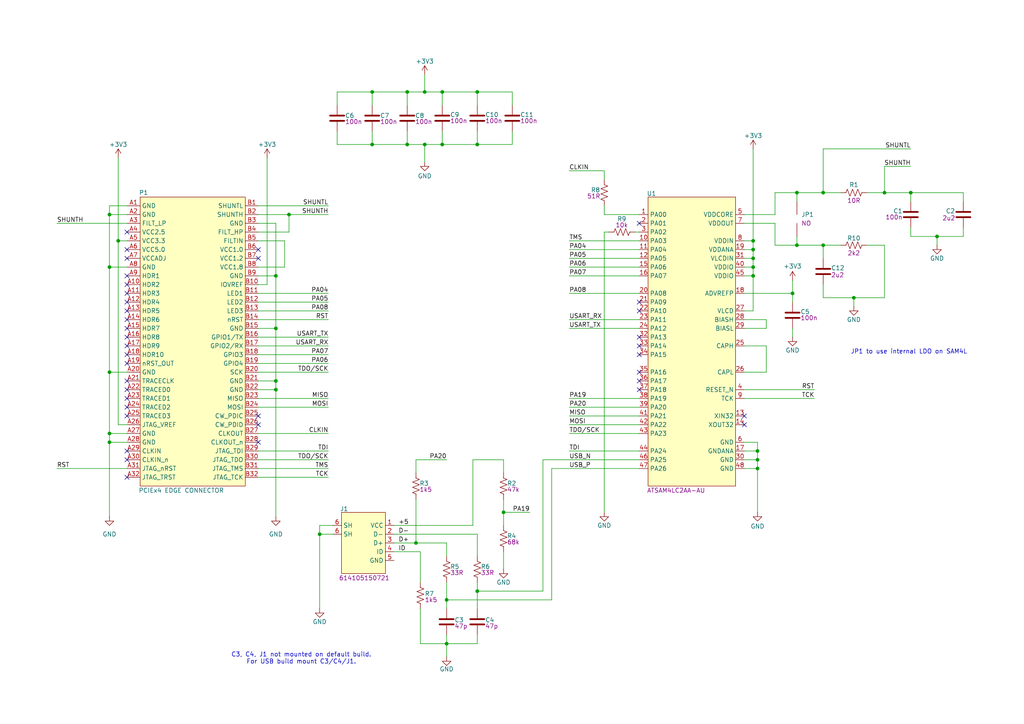
<source format=kicad_sch>
(kicad_sch (version 20231120) (generator "eeschema") (generator_version "8.0")
  (paper "A4")
  (junction (at 120.65 157.48))
  (junction (at 231.14 55.88))
  (junction (at 80.01 80.01))
  (junction (at 34.29 69.85))
  (junction (at 107.95 41.91))
  (junction (at 219.71 130.81))
  (junction (at 31.75 107.95))
  (junction (at 123.19 26.67))
  (junction (at 138.43 26.67))
  (junction (at 31.75 62.23))
  (junction (at 146.05 148.59))
  (junction (at 80.01 110.49))
  (junction (at 219.71 133.35))
  (junction (at 219.71 135.89))
  (junction (at 218.44 69.85))
  (junction (at 271.78 68.58))
  (junction (at 238.76 71.12))
  (junction (at 80.01 95.25))
  (junction (at 231.14 71.12))
  (junction (at 31.75 125.73))
  (junction (at 138.43 41.91))
  (junction (at 31.75 128.27))
  (junction (at 218.44 74.93))
  (junction (at 107.95 26.67))
  (junction (at 128.27 26.67))
  (junction (at 128.27 41.91))
  (junction (at 247.65 86.36))
  (junction (at 238.76 55.88))
  (junction (at 118.11 41.91))
  (junction (at 129.54 173.99))
  (junction (at 92.71 154.94))
  (junction (at 118.11 26.67))
  (junction (at 80.01 113.03))
  (junction (at 229.87 85.09))
  (junction (at 31.75 77.47))
  (junction (at 218.44 72.39))
  (junction (at 129.54 186.69))
  (junction (at 218.44 80.01))
  (junction (at 123.19 41.91))
  (junction (at 83.82 62.23))
  (junction (at 138.43 171.45))
  (junction (at 264.16 55.88))
  (junction (at 256.54 55.88))
  (junction (at 218.44 77.47))
  (no_connect (at 74.93 123.19))
  (no_connect (at 36.83 87.63))
  (no_connect (at 36.83 67.31))
  (no_connect (at 36.83 115.57))
  (no_connect (at 36.83 105.41))
  (no_connect (at 36.83 72.39))
  (no_connect (at 185.42 90.17))
  (no_connect (at 36.83 138.43))
  (no_connect (at 185.42 64.77))
  (no_connect (at 36.83 85.09))
  (no_connect (at 36.83 133.35))
  (no_connect (at 36.83 113.03))
  (no_connect (at 185.42 107.95))
  (no_connect (at 36.83 95.25))
  (no_connect (at 36.83 82.55))
  (no_connect (at 36.83 130.81))
  (no_connect (at 215.9 123.19))
  (no_connect (at 36.83 102.87))
  (no_connect (at 36.83 118.11))
  (no_connect (at 74.93 72.39))
  (no_connect (at 215.9 120.65))
  (no_connect (at 36.83 90.17))
  (no_connect (at 74.93 128.27))
  (no_connect (at 185.42 113.03))
  (no_connect (at 36.83 92.71))
  (no_connect (at 36.83 74.93))
  (no_connect (at 74.93 74.93))
  (no_connect (at 185.42 97.79))
  (no_connect (at 36.83 97.79))
  (no_connect (at 74.93 120.65))
  (no_connect (at 36.83 110.49))
  (no_connect (at 185.42 87.63))
  (no_connect (at 185.42 102.87))
  (no_connect (at 185.42 100.33))
  (no_connect (at 36.83 80.01))
  (no_connect (at 185.42 110.49))
  (no_connect (at 36.83 100.33))
  (no_connect (at 36.83 120.65))
  (wire (pts (xy 118.11 41.91) (xy 123.19 41.91)))
  (wire (pts (xy 215.9 133.35) (xy 219.71 133.35)))
  (wire (pts (xy 97.79 38.1) (xy 97.79 41.91)))
  (wire (pts (xy 120.65 144.78) (xy 120.65 157.48)))
  (wire (pts (xy 31.75 107.95) (xy 31.75 125.73)))
  (wire (pts (xy 160.02 173.99) (xy 129.54 173.99)))
  (wire (pts (xy 247.65 86.36) (xy 256.54 86.36)))
  (wire (pts (xy 215.9 113.03) (xy 236.22 113.03)))
  (wire (pts (xy 218.44 90.17) (xy 218.44 80.01)))
  (wire (pts (xy 256.54 71.12) (xy 256.54 86.36)))
  (wire (pts (xy 215.9 100.33) (xy 222.25 100.33)))
  (wire (pts (xy 264.16 55.88) (xy 264.16 58.42)))
  (wire (pts (xy 121.92 160.02) (xy 121.92 168.91)))
  (wire (pts (xy 97.79 26.67) (xy 107.95 26.67)))
  (wire (pts (xy 128.27 41.91) (xy 138.43 41.91)))
  (wire (pts (xy 264.16 66.04) (xy 264.16 68.58)))
  (wire (pts (xy 114.3 157.48) (xy 120.65 157.48)))
  (wire (pts (xy 74.93 133.35) (xy 95.25 133.35)))
  (wire (pts (xy 80.01 64.77) (xy 80.01 80.01)))
  (wire (pts (xy 175.26 62.23) (xy 185.42 62.23)))
  (wire (pts (xy 238.76 43.18) (xy 264.16 43.18)))
  (wire (pts (xy 215.9 64.77) (xy 224.79 64.77)))
  (wire (pts (xy 74.93 130.81) (xy 95.25 130.81)))
  (wire (pts (xy 215.9 74.93) (xy 218.44 74.93)))
  (wire (pts (xy 247.65 86.36) (xy 247.65 88.9)))
  (wire (pts (xy 229.87 95.25) (xy 229.87 97.79)))
  (wire (pts (xy 128.27 26.67) (xy 128.27 30.48)))
  (wire (pts (xy 36.83 123.19) (xy 34.29 123.19)))
  (wire (pts (xy 238.76 55.88) (xy 243.84 55.88)))
  (wire (pts (xy 92.71 154.94) (xy 92.71 176.53)))
  (wire (pts (xy 231.14 55.88) (xy 231.14 58.42)))
  (wire (pts (xy 218.44 72.39) (xy 218.44 74.93)))
  (wire (pts (xy 34.29 45.72) (xy 34.29 69.85)))
  (wire (pts (xy 114.3 154.94) (xy 138.43 154.94)))
  (wire (pts (xy 160.02 135.89) (xy 185.42 135.89)))
  (wire (pts (xy 16.51 135.89) (xy 36.83 135.89)))
  (wire (pts (xy 74.93 107.95) (xy 95.25 107.95)))
  (wire (pts (xy 224.79 55.88) (xy 231.14 55.88)))
  (wire (pts (xy 256.54 55.88) (xy 256.54 48.26)))
  (wire (pts (xy 146.05 148.59) (xy 146.05 152.4)))
  (wire (pts (xy 148.59 26.67) (xy 148.59 30.48)))
  (wire (pts (xy 175.26 62.23) (xy 175.26 59.69)))
  (wire (pts (xy 137.16 152.4) (xy 137.16 133.35)))
  (wire (pts (xy 82.55 77.47) (xy 74.93 77.47)))
  (wire (pts (xy 165.1 95.25) (xy 185.42 95.25)))
  (wire (pts (xy 129.54 186.69) (xy 138.43 186.69)))
  (wire (pts (xy 271.78 68.58) (xy 271.78 71.12)))
  (wire (pts (xy 123.19 26.67) (xy 128.27 26.67)))
  (wire (pts (xy 107.95 41.91) (xy 118.11 41.91)))
  (wire (pts (xy 82.55 69.85) (xy 82.55 77.47)))
  (wire (pts (xy 218.44 74.93) (xy 218.44 77.47)))
  (wire (pts (xy 74.93 115.57) (xy 95.25 115.57)))
  (wire (pts (xy 31.75 125.73) (xy 36.83 125.73)))
  (wire (pts (xy 219.71 133.35) (xy 219.71 135.89)))
  (wire (pts (xy 231.14 55.88) (xy 238.76 55.88)))
  (wire (pts (xy 36.83 59.69) (xy 31.75 59.69)))
  (wire (pts (xy 123.19 21.59) (xy 123.19 26.67)))
  (wire (pts (xy 74.93 102.87) (xy 95.25 102.87)))
  (wire (pts (xy 218.44 43.18) (xy 218.44 69.85)))
  (wire (pts (xy 107.95 26.67) (xy 107.95 30.48)))
  (wire (pts (xy 31.75 59.69) (xy 31.75 62.23)))
  (wire (pts (xy 83.82 67.31) (xy 83.82 62.23)))
  (wire (pts (xy 74.93 113.03) (xy 80.01 113.03)))
  (wire (pts (xy 74.93 90.17) (xy 95.25 90.17)))
  (wire (pts (xy 215.9 62.23) (xy 224.79 62.23)))
  (wire (pts (xy 224.79 71.12) (xy 231.14 71.12)))
  (wire (pts (xy 34.29 123.19) (xy 34.29 69.85)))
  (wire (pts (xy 264.16 68.58) (xy 271.78 68.58)))
  (wire (pts (xy 224.79 64.77) (xy 224.79 71.12)))
  (wire (pts (xy 165.1 74.93) (xy 185.42 74.93)))
  (wire (pts (xy 165.1 120.65) (xy 185.42 120.65)))
  (wire (pts (xy 123.19 41.91) (xy 128.27 41.91)))
  (wire (pts (xy 146.05 144.78) (xy 146.05 148.59)))
  (wire (pts (xy 215.9 72.39) (xy 218.44 72.39)))
  (wire (pts (xy 138.43 168.91) (xy 138.43 171.45)))
  (wire (pts (xy 138.43 26.67) (xy 138.43 30.48)))
  (wire (pts (xy 31.75 125.73) (xy 31.75 128.27)))
  (wire (pts (xy 218.44 77.47) (xy 218.44 80.01)))
  (wire (pts (xy 219.71 128.27) (xy 215.9 128.27)))
  (wire (pts (xy 219.71 128.27) (xy 219.71 130.81)))
  (wire (pts (xy 215.9 92.71) (xy 222.25 92.71)))
  (wire (pts (xy 74.93 100.33) (xy 95.25 100.33)))
  (wire (pts (xy 146.05 148.59) (xy 153.67 148.59)))
  (wire (pts (xy 74.93 118.11) (xy 95.25 118.11)))
  (wire (pts (xy 129.54 157.48) (xy 129.54 161.29)))
  (wire (pts (xy 165.1 125.73) (xy 185.42 125.73)))
  (wire (pts (xy 31.75 128.27) (xy 36.83 128.27)))
  (wire (pts (xy 74.93 80.01) (xy 80.01 80.01)))
  (wire (pts (xy 138.43 171.45) (xy 138.43 176.53)))
  (wire (pts (xy 165.1 77.47) (xy 185.42 77.47)))
  (wire (pts (xy 74.93 138.43) (xy 95.25 138.43)))
  (wire (pts (xy 165.1 123.19) (xy 185.42 123.19)))
  (wire (pts (xy 77.47 82.55) (xy 74.93 82.55)))
  (wire (pts (xy 165.1 72.39) (xy 185.42 72.39)))
  (wire (pts (xy 165.1 80.01) (xy 185.42 80.01)))
  (wire (pts (xy 74.93 125.73) (xy 95.25 125.73)))
  (wire (pts (xy 121.92 186.69) (xy 129.54 186.69)))
  (wire (pts (xy 165.1 49.53) (xy 175.26 49.53)))
  (wire (pts (xy 251.46 71.12) (xy 256.54 71.12)))
  (wire (pts (xy 215.9 90.17) (xy 218.44 90.17)))
  (wire (pts (xy 118.11 38.1) (xy 118.11 41.91)))
  (wire (pts (xy 215.9 69.85) (xy 218.44 69.85)))
  (wire (pts (xy 74.93 59.69) (xy 95.25 59.69)))
  (wire (pts (xy 264.16 55.88) (xy 279.4 55.88)))
  (wire (pts (xy 92.71 152.4) (xy 92.71 154.94)))
  (wire (pts (xy 165.1 115.57) (xy 185.42 115.57)))
  (wire (pts (xy 165.1 118.11) (xy 185.42 118.11)))
  (wire (pts (xy 31.75 62.23) (xy 36.83 62.23)))
  (wire (pts (xy 165.1 85.09) (xy 185.42 85.09)))
  (wire (pts (xy 165.1 92.71) (xy 185.42 92.71)))
  (wire (pts (xy 120.65 133.35) (xy 129.54 133.35)))
  (wire (pts (xy 184.15 67.31) (xy 185.42 67.31)))
  (wire (pts (xy 146.05 133.35) (xy 146.05 137.16)))
  (wire (pts (xy 138.43 186.69) (xy 138.43 184.15)))
  (wire (pts (xy 238.76 55.88) (xy 238.76 43.18)))
  (wire (pts (xy 120.65 157.48) (xy 129.54 157.48)))
  (wire (pts (xy 251.46 55.88) (xy 256.54 55.88)))
  (wire (pts (xy 74.93 105.41) (xy 95.25 105.41)))
  (wire (pts (xy 238.76 71.12) (xy 238.76 74.93)))
  (wire (pts (xy 238.76 86.36) (xy 247.65 86.36)))
  (wire (pts (xy 80.01 80.01) (xy 80.01 95.25)))
  (wire (pts (xy 231.14 71.12) (xy 238.76 71.12)))
  (wire (pts (xy 31.75 77.47) (xy 31.75 107.95)))
  (wire (pts (xy 238.76 82.55) (xy 238.76 86.36)))
  (wire (pts (xy 218.44 69.85) (xy 218.44 72.39)))
  (wire (pts (xy 31.75 128.27) (xy 31.75 149.86)))
  (wire (pts (xy 74.93 87.63) (xy 95.25 87.63)))
  (wire (pts (xy 96.52 154.94) (xy 92.71 154.94)))
  (wire (pts (xy 129.54 184.15) (xy 129.54 186.69)))
  (wire (pts (xy 80.01 64.77) (xy 74.93 64.77)))
  (wire (pts (xy 107.95 38.1) (xy 107.95 41.91)))
  (wire (pts (xy 74.93 69.85) (xy 82.55 69.85)))
  (wire (pts (xy 129.54 173.99) (xy 129.54 176.53)))
  (wire (pts (xy 137.16 133.35) (xy 146.05 133.35)))
  (wire (pts (xy 215.9 115.57) (xy 236.22 115.57)))
  (wire (pts (xy 31.75 62.23) (xy 31.75 77.47)))
  (wire (pts (xy 218.44 80.01) (xy 215.9 80.01)))
  (wire (pts (xy 80.01 110.49) (xy 80.01 113.03)))
  (wire (pts (xy 118.11 26.67) (xy 123.19 26.67)))
  (wire (pts (xy 120.65 137.16) (xy 120.65 133.35)))
  (wire (pts (xy 77.47 45.72) (xy 77.47 82.55)))
  (wire (pts (xy 160.02 135.89) (xy 160.02 173.99)))
  (wire (pts (xy 74.93 135.89) (xy 95.25 135.89)))
  (wire (pts (xy 157.48 133.35) (xy 157.48 171.45)))
  (wire (pts (xy 138.43 41.91) (xy 148.59 41.91)))
  (wire (pts (xy 138.43 38.1) (xy 138.43 41.91)))
  (wire (pts (xy 114.3 152.4) (xy 137.16 152.4)))
  (wire (pts (xy 165.1 130.81) (xy 185.42 130.81)))
  (wire (pts (xy 219.71 135.89) (xy 219.71 148.59)))
  (wire (pts (xy 97.79 41.91) (xy 107.95 41.91)))
  (wire (pts (xy 175.26 49.53) (xy 175.26 52.07)))
  (wire (pts (xy 175.26 67.31) (xy 175.26 148.59)))
  (wire (pts (xy 224.79 62.23) (xy 224.79 55.88)))
  (wire (pts (xy 215.9 130.81) (xy 219.71 130.81)))
  (wire (pts (xy 96.52 152.4) (xy 92.71 152.4)))
  (wire (pts (xy 148.59 41.91) (xy 148.59 38.1)))
  (wire (pts (xy 175.26 67.31) (xy 176.53 67.31)))
  (wire (pts (xy 74.93 95.25) (xy 80.01 95.25)))
  (wire (pts (xy 222.25 92.71) (xy 222.25 95.25)))
  (wire (pts (xy 74.93 62.23) (xy 83.82 62.23)))
  (wire (pts (xy 215.9 135.89) (xy 219.71 135.89)))
  (wire (pts (xy 114.3 160.02) (xy 121.92 160.02)))
  (wire (pts (xy 222.25 107.95) (xy 215.9 107.95)))
  (wire (pts (xy 80.01 95.25) (xy 80.01 110.49)))
  (wire (pts (xy 16.51 64.77) (xy 36.83 64.77)))
  (wire (pts (xy 36.83 69.85) (xy 34.29 69.85)))
  (wire (pts (xy 74.93 85.09) (xy 95.25 85.09)))
  (wire (pts (xy 215.9 85.09) (xy 229.87 85.09)))
  (wire (pts (xy 83.82 62.23) (xy 95.25 62.23)))
  (wire (pts (xy 157.48 133.35) (xy 185.42 133.35)))
  (wire (pts (xy 129.54 186.69) (xy 129.54 190.5)))
  (wire (pts (xy 129.54 168.91) (xy 129.54 173.99)))
  (wire (pts (xy 123.19 41.91) (xy 123.19 46.99)))
  (wire (pts (xy 256.54 55.88) (xy 264.16 55.88)))
  (wire (pts (xy 229.87 85.09) (xy 229.87 87.63)))
  (wire (pts (xy 31.75 77.47) (xy 36.83 77.47)))
  (wire (pts (xy 121.92 176.53) (xy 121.92 186.69)))
  (wire (pts (xy 219.71 130.81) (xy 219.71 133.35)))
  (wire (pts (xy 222.25 100.33) (xy 222.25 107.95)))
  (wire (pts (xy 231.14 71.12) (xy 231.14 68.58)))
  (wire (pts (xy 74.93 110.49) (xy 80.01 110.49)))
  (wire (pts (xy 279.4 55.88) (xy 279.4 58.42)))
  (wire (pts (xy 271.78 68.58) (xy 279.4 68.58)))
  (wire (pts (xy 118.11 26.67) (xy 118.11 30.48)))
  (wire (pts (xy 128.27 26.67) (xy 138.43 26.67)))
  (wire (pts (xy 222.25 95.25) (xy 215.9 95.25)))
  (wire (pts (xy 74.93 92.71) (xy 95.25 92.71)))
  (wire (pts (xy 157.48 171.45) (xy 138.43 171.45)))
  (wire (pts (xy 146.05 160.02) (xy 146.05 165.1)))
  (wire (pts (xy 31.75 107.95) (xy 36.83 107.95)))
  (wire (pts (xy 74.93 67.31) (xy 83.82 67.31)))
  (wire (pts (xy 238.76 71.12) (xy 243.84 71.12)))
  (wire (pts (xy 97.79 30.48) (xy 97.79 26.67)))
  (wire (pts (xy 74.93 97.79) (xy 95.25 97.79)))
  (wire (pts (xy 80.01 113.03) (xy 80.01 149.86)))
  (wire (pts (xy 215.9 77.47) (xy 218.44 77.47)))
  (wire (pts (xy 256.54 48.26) (xy 264.16 48.26)))
  (wire (pts (xy 229.87 81.28) (xy 229.87 85.09)))
  (wire (pts (xy 128.27 38.1) (xy 128.27 41.91)))
  (wire (pts (xy 165.1 69.85) (xy 185.42 69.85)))
  (wire (pts (xy 279.4 68.58) (xy 279.4 66.04)))
  (wire (pts (xy 107.95 26.67) (xy 118.11 26.67)))
  (wire (pts (xy 138.43 26.67) (xy 148.59 26.67)))
  (wire (pts (xy 138.43 154.94) (xy 138.43 161.29)))
  (text "JP1 to use internal LDO on SAM4L\n" (at 263.652 102.108 0) (effects (font (size 1.27 1.27))))
  (text "C3, C4, J1 not mounted on default build. \nFor USB build mount C3/C4/J1. " (at 87.884 191.008 0) (effects (font (size 1.27 1.27))))
  (label "SHUNTL" (at 95.25 59.69 180))
  (label "USART_TX" (at 165.1 95.25 0))
  (label "D-" (at 115.57 154.94 0))
  (label "MISO" (at 165.1 120.65 0))
  (label "PA07" (at 165.1 80.01 0))
  (label "USB_P" (at 165.1 135.89 0))
  (label "PA20" (at 129.54 133.35 180))
  (label "TCK" (at 95.25 138.43 180))
  (label "PA07" (at 95.25 102.87 180))
  (label "PA06" (at 165.1 77.47 0))
  (label "PA08" (at 95.25 90.17 180))
  (label "USART_RX" (at 165.1 92.71 0))
  (label "CLKIN" (at 165.1 49.53 0))
  (label "RST" (at 16.51 135.89 0))
  (label "PA20" (at 165.1 118.11 0))
  (label "USART_RX" (at 95.25 100.33 180))
  (label "TDI" (at 165.1 130.81 0))
  (label "PA04" (at 165.1 72.39 0))
  (label "RST" (at 95.25 92.71 180))
  (label "TDO{slash}SCK" (at 165.1 125.73 0))
  (label "+5" (at 115.57 152.4 0))
  (label "MOSI" (at 95.25 118.11 180))
  (label "PA19" (at 165.1 115.57 0))
  (label "D+" (at 115.57 157.48 0))
  (label "PA05" (at 95.25 87.63 180))
  (label "SHUNTL" (at 264.16 43.18 180))
  (label "PA05" (at 165.1 74.93 0))
  (label "TDO{slash}SCK" (at 95.25 133.35 180))
  (label "TMS" (at 95.25 135.89 180))
  (label "CLKIN" (at 95.25 125.73 180))
  (label "USB_N" (at 165.1 133.35 0))
  (label "TDI" (at 95.25 130.81 180))
  (label "PA19" (at 153.67 148.59 180))
  (label "RST" (at 236.22 113.03 180))
  (label "SHUNTH" (at 16.51 64.77 0))
  (label "MISO" (at 95.25 115.57 180))
  (label "PA08" (at 165.1 85.09 0))
  (label "SHUNTH" (at 264.16 48.26 180))
  (label "PA04" (at 95.25 85.09 180))
  (label "USART_TX" (at 95.25 97.79 180))
  (label "TCK" (at 236.22 115.57 180))
  (label "TDO{slash}SCK" (at 95.25 107.95 180))
  (label "ID" (at 115.57 160.02 0))
  (label "SHUNTH" (at 95.25 62.23 180))
  (label "TMS" (at 165.1 69.85 0))
  (label "PA06" (at 95.25 105.41 180))
  (label "MOSI" (at 165.1 123.19 0))
  (symbol (lib_id "nae_caps:CAP_2u2_6.3V_0603") (at 238.76 78.74 270) (unit 1)
    (property "Reference" "C12" (at 241.046 77.724 90) (effects (justify left)))
    (property "Value" "CAP_2u2_6.3V_0603" (effects (hide yes)))
    (property "Footprint" "Capacitor_SMD:C_0603_1608Metric" (effects (hide yes)))
    (property "Datasheet" "https://www.yageo.com/upload/media/product/productsearch/datasheet/mlcc/UPY-GPHC_X7R_6.3V-to-250V_24.pdf" (effects (hide yes)))
    (property "Description" "CAP CER 2.2UF 6.3V X7R 0603" (effects (hide yes)))
    (property "Display Value" "2u2" (at 241.046 79.756 90) (effects (justify left)))
    (property "Manufacturer" "YAGEO" (effects (hide yes)))
    (property "Manufacturer Part Number" "CC0603KRX7R5BB225" (effects (hide yes)))
    (property "Supplier 1" "DigiKey" (effects (hide yes)))
    (property "Supplier 1 Part Number" "311-1795-1-ND" (effects (hide yes)))
    (property "Supplier 2" "no_data" (effects (hide yes)))
    (property "Supplier 2 Part Number" "no_data" (effects (hide yes)))
  )
  (symbol (lib_id "nae_caps:CAP_100n_10V_0603") (at 138.43 34.29 90) (unit 1)
    (property "Reference" "C10" (at 140.716 33.274 90) (effects (justify right)))
    (property "Value" "CAP_100n_10V_0603" (effects (hide yes)))
    (property "Footprint" "Capacitor_SMD:C_0603_1608Metric" (effects (hide yes)))
    (property "Datasheet" "https://www.yageo.com/upload/media/product/productsearch/datasheet/mlcc/UPY-GPHC_X7R_6.3V-to-250V_24.pdf" (effects (hide yes)))
    (property "Description" "CAP CER 0.1UF 10V X7R 0603" (effects (hide yes)))
    (property "Display Value" "100n" (at 140.716 35.052 90) (effects (justify right)))
    (property "Manufacturer" "YAGEO" (effects (hide yes)))
    (property "Manufacturer Part Number" "CC0603KRX7R6BB104" (effects (hide yes)))
    (property "Supplier 1" "DigiKey" (effects (hide yes)))
    (property "Supplier 1 Part Number" "311-4055-1-ND" (effects (hide yes)))
    (property "Supplier 2" "no_data" (effects (hide yes)))
    (property "Supplier 2 Part Number" "no_data" (effects (hide yes)))
  )
  (symbol (lib_id "0603_Yageo_Res:RES_10k_0603") (at 180.34 67.31 0) (unit 1)
    (property "Reference" "R9" (at 180.34 63.5 0))
    (property "Value" "RES_10k_0603" (effects (hide yes)))
    (property "Footprint" "Resistor_SMD:R_0603_1608Metric" (effects (hide yes)))
    (property "Datasheet" "https://www.yageo.com/upload/media/product/products/datasheet/rchip/PYu-RC_Group_51_RoHS_L_12.pdf" (effects (hide yes)))
    (property "Description" "RES 10K OHM 1% 1/10W 0603" (effects (hide yes)))
    (property "Display Value" "10k" (at 180.34 65.278 0))
    (property "Manufacturer" "YAGEO" (effects (hide yes)))
    (property "Manufacturer Part Number" "RC0603FR-0710KL" (effects (hide yes)))
    (property "Supplier 1" "DigiKey" (effects (hide yes)))
    (property "Supplier 1 Part Number" "311-10.0KHRCT-ND" (effects (hide yes)))
    (property "Supplier 2" "no_data" (effects (hide yes)))
    (property "Supplier 2 Part Number" "no_data" (effects (hide yes)))
  )
  (symbol (lib_id "power:GND") (at 129.54 190.5 0) (unit 1)
    (property "Reference" "#PWR014" (effects (hide yes)))
    (property "Value" "GND" (at 129.54 194.056 0))
    (property "Description" "Power symbol creates a global label with name \"GND\" , ground" (effects (hide yes)))
  )
  (symbol (lib_id "power:+3V3") (at 229.87 81.28 0) (unit 1)
    (property "Reference" "#PWR09" (effects (hide yes)))
    (property "Value" "+3V3" (at 229.87 77.216 0))
    (property "Description" "Power symbol creates a global label with name \"+3V3\"" (effects (hide yes)))
  )
  (symbol (lib_id "Silkscreen_Symbols:Pb_Free") (at -35.56 160.02 0) (unit 1) (in_bom no)
    (property "Reference" "PCB2" (at -33.02 158.7499 0) (effects (justify left)))
    (property "Value" "Pb_Free Symbol" (at -33.02 161.2899 0) (effects (justify left)))
    (property "Footprint" "Silkscrren_Symbols:Pb_Free_8.0x8.0mm_SilkScreen" (effects (hide yes)))
  )
  (symbol (lib_id "power:GND") (at 123.19 46.99 0) (unit 1)
    (property "Reference" "#PWR015" (effects (hide yes)))
    (property "Value" "GND" (at 123.19 51.054 0))
    (property "Description" "Power symbol creates a global label with name \"GND\" , ground" (effects (hide yes)))
  )
  (symbol (lib_id "power:GND") (at 92.71 176.53 0) (unit 1)
    (property "Reference" "#PWR012" (effects (hide yes)))
    (property "Value" "GND" (at 92.71 180.34 0))
    (property "Description" "Power symbol creates a global label with name \"GND\" , ground" (effects (hide yes)))
  )
  (symbol (lib_id "Silkscreen_Symbols:CE_Free") (at -35.56 154.94 0) (unit 1) (in_bom no)
    (property "Reference" "PCB1" (at -33.02 153.6699 0) (effects (justify left)))
    (property "Value" "CE Symbol" (at -33.02 156.2099 0) (effects (justify left)))
    (property "Footprint" "Silkscrren_Symbols:CE-Logo_8.5x6mm_SilkScreen" (effects (hide yes)))
  )
  (symbol (lib_id "power:+3V3") (at 218.44 43.18 0) (unit 1)
    (property "Reference" "#PWR05" (effects (hide yes)))
    (property "Value" "+3V3" (at 218.44 39.37 0))
    (property "Description" "Power symbol creates a global label with name \"+3V3\"" (effects (hide yes)))
  )
  (symbol (lib_id "0603_Yageo_Res:RES_51R_0603") (at 175.26 55.88 90) (unit 1)
    (property "Reference" "R8" (at 172.72 55.118 90))
    (property "Value" "RES_51R_0603" (effects (hide yes)))
    (property "Footprint" "Resistor_SMD:R_0603_1608Metric" (effects (hide yes)))
    (property "Datasheet" "https://www.yageo.com/upload/media/product/products/datasheet/rchip/PYu-RC_Group_51_RoHS_L_12.pdf" (effects (hide yes)))
    (property "Description" "RES 51 OHM 1% 1/10W 0603" (effects (hide yes)))
    (property "Display Value" "51R" (at 172.212 56.896 90))
    (property "Manufacturer" "YAGEO" (effects (hide yes)))
    (property "Manufacturer Part Number" "RC0603FR-0751RL" (effects (hide yes)))
    (property "Supplier 1" "DigiKey" (effects (hide yes)))
    (property "Supplier 1 Part Number" "311-51.0HRCT-ND" (effects (hide yes)))
    (property "Supplier 2" "no_data" (effects (hide yes)))
    (property "Supplier 2 Part Number" "no_data" (effects (hide yes)))
  )
  (symbol (lib_id "nae_caps:CAP_2u2_6.3V_0603") (at 279.4 62.23 270) (unit 1)
    (property "Reference" "C2" (at 274.32 61.214 90) (effects (justify left)))
    (property "Value" "CAP_2u2_6.3V_0603" (effects (hide yes)))
    (property "Footprint" "Capacitor_SMD:C_0603_1608Metric" (effects (hide yes)))
    (property "Datasheet" "https://www.yageo.com/upload/media/product/productsearch/datasheet/mlcc/UPY-GPHC_X7R_6.3V-to-250V_24.pdf" (effects (hide yes)))
    (property "Description" "CAP CER 2.2UF 6.3V X7R 0603" (effects (hide yes)))
    (property "Display Value" "2u2" (at 273.304 63.246 90) (effects (justify left)))
    (property "Manufacturer" "YAGEO" (effects (hide yes)))
    (property "Manufacturer Part Number" "CC0603KRX7R5BB225" (effects (hide yes)))
    (property "Supplier 1" "DigiKey" (effects (hide yes)))
    (property "Supplier 1 Part Number" "311-1795-1-ND" (effects (hide yes)))
    (property "Supplier 2" "no_data" (effects (hide yes)))
    (property "Supplier 2 Part Number" "no_data" (effects (hide yes)))
  )
  (symbol (lib_id "0603_Yageo_Res:RES_33R_0603") (at 138.43 165.1 90) (unit 1)
    (property "Reference" "R6" (at 139.446 164.3381 90) (effects (justify right)))
    (property "Value" "RES_33R_0603" (effects (hide yes)))
    (property "Footprint" "Resistor_SMD:R_0603_1608Metric" (effects (hide yes)))
    (property "Datasheet" "https://www.yageo.com/upload/media/product/products/datasheet/rchip/PYu-RC_Group_51_RoHS_L_12.pdf" (effects (hide yes)))
    (property "Description" "RES 33 OHM 1% 1/10W 0603" (effects (hide yes)))
    (property "Display Value" "33R" (at 139.446 166.116 90) (effects (justify right)))
    (property "Manufacturer" "YAGEO" (effects (hide yes)))
    (property "Manufacturer Part Number" "RC0603FR-0733RL" (effects (hide yes)))
    (property "Supplier 1" "DigiKey" (effects (hide yes)))
    (property "Supplier 1 Part Number" "13-RC0603FR-0733RLCT-ND" (effects (hide yes)))
    (property "Supplier 2" "no_data" (effects (hide yes)))
    (property "Supplier 2 Part Number" "no_data" (effects (hide yes)))
  )
  (symbol (lib_id "nae_caps:CAP_47p_50V_0603") (at 129.54 180.34 90) (unit 1)
    (property "Reference" "C3" (at 131.826 179.832 90) (effects (justify right)))
    (property "Value" "CAP_47p_50V_0603" (effects (hide yes)))
    (property "Footprint" "Capacitor_SMD:C_0603_1608Metric" (effects (hide yes)))
    (property "Datasheet" "https://www.yageo.com/upload/media/product/productsearch/datasheet/mlcc/UPY-GPHC_X7R_6.3V-to-250V_24.pdf" (effects (hide yes)))
    (property "Description" "CAP CER 47PF 50V C0G/NPO 0603" (effects (hide yes)))
    (property "Display Value" "47p" (at 131.826 181.61 90) (effects (justify right)))
    (property "Manufacturer" "YAGEO" (effects (hide yes)))
    (property "Manufacturer Part Number" "CC0603JRNPO9BN470" (effects (hide yes)))
    (property "Supplier 1" "DigiKey" (effects (hide yes)))
    (property "Supplier 1 Part Number" "311-1065-1-ND" (effects (hide yes)))
  )
  (symbol (lib_id "power:GND") (at 247.65 88.9 0) (unit 1)
    (property "Reference" "#PWR010" (effects (hide yes)))
    (property "Value" "GND" (at 247.65 92.71 0))
    (property "Description" "Power symbol creates a global label with name \"GND\" , ground" (effects (hide yes)))
  )
  (symbol (lib_id "tutorial_2_library:ATSAM4LC2AA-AU") (at 200.66 62.23 0) (unit 1)
    (property "Reference" "U1" (at 188.976 56.134 0))
    (property "Value" "ATSAM4LC2AA-AU" (effects (hide yes)))
    (property "Footprint" "Package_QFP:LQFP-48_7x7mm_P0.5mm" (effects (hide yes)))
    (property "Datasheet" "https://ww1.microchip.com/downloads/en/DeviceDoc/Atmel-42023-ARM-Microcontroller-ATSAM4L-Low-Power-LCD_Datasheet-Summary.pdf" (effects (hide yes)))
    (property "Description" "IC MCU 32BIT 128KB FLASH 48TQFP" (effects (hide yes)))
    (property "Display Value" "ATSAM4LC2AA-AU" (at 196.088 142.24 0))
    (property "Manufacturer" "Microchip Technology" (effects (hide yes)))
    (property "Manufacturer Part Number" "ATSAM4LC2AA-AU" (effects (hide yes)))
    (property "Supplier 1" "DigiKey" (effects (hide yes)))
    (property "Supplier 1 Part Number" "ATSAM4LC2AA-AU-ND" (effects (hide yes)))
  )
  (symbol (lib_id "power:GND") (at 31.75 149.86 0) (unit 1)
    (property "Reference" "#PWR01" (effects (hide yes)))
    (property "Value" "GND" (at 31.75 154.94 0))
    (property "Description" "Power symbol creates a global label with name \"GND\" , ground" (effects (hide yes)))
  )
  (symbol (lib_id "tutorial_2_library:Solder_Jumper_2_NO") (at 231.14 63.5 0) (unit 1) (in_bom no)
    (property "Reference" "JP1" (at 232.41 62.2299 0) (effects (justify left)))
    (property "Footprint" "Jumper:SolderJumper-2_P1.3mm_Open_Pad1.0x1.5mm" (effects (hide yes)))
    (property "Display Value" "NO" (at 232.41 64.7699 0) (effects (justify left)))
  )
  (symbol (lib_id "power:GND") (at 229.87 97.79 0) (unit 1)
    (property "Reference" "#PWR08" (effects (hide yes)))
    (property "Value" "GND" (at 229.87 101.6 0))
    (property "Description" "Power symbol creates a global label with name \"GND\" , ground" (effects (hide yes)))
  )
  (symbol (lib_id "nae_caps:CAP_47p_50V_0603") (at 138.43 180.34 90) (unit 1)
    (property "Reference" "C4" (at 140.716 179.832 90) (effects (justify right)))
    (property "Value" "CAP_47p_50V_0603" (effects (hide yes)))
    (property "Footprint" "Capacitor_SMD:C_0603_1608Metric" (effects (hide yes)))
    (property "Datasheet" "https://www.yageo.com/upload/media/product/productsearch/datasheet/mlcc/UPY-GPHC_X7R_6.3V-to-250V_24.pdf" (effects (hide yes)))
    (property "Description" "CAP CER 47PF 50V C0G/NPO 0603" (effects (hide yes)))
    (property "Display Value" "47p" (at 140.716 181.61 90) (effects (justify right)))
    (property "Manufacturer" "YAGEO" (effects (hide yes)))
    (property "Manufacturer Part Number" "CC0603JRNPO9BN470" (effects (hide yes)))
    (property "Supplier 1" "DigiKey" (effects (hide yes)))
    (property "Supplier 1 Part Number" "311-1065-1-ND" (effects (hide yes)))
  )
  (symbol (lib_id "power:+3V3") (at 34.29 45.72 0) (unit 1)
    (property "Reference" "#PWR03" (effects (hide yes)))
    (property "Value" "+3V3" (at 34.29 41.91 0))
    (property "Description" "Power symbol creates a global label with name \"+3V3\"" (effects (hide yes)))
  )
  (symbol (lib_id "power:+3V3") (at 123.19 21.59 0) (unit 1)
    (property "Reference" "#PWR016" (effects (hide yes)))
    (property "Value" "+3V3" (at 123.19 17.78 0))
    (property "Description" "Power symbol creates a global label with name \"+3V3\"" (effects (hide yes)))
  )
  (symbol (lib_id "power:+3V3") (at 77.47 45.72 0) (unit 1)
    (property "Reference" "#PWR04" (effects (hide yes)))
    (property "Value" "+3V3" (at 77.47 41.91 0))
    (property "Description" "Power symbol creates a global label with name \"+3V3\"" (effects (hide yes)))
  )
  (symbol (lib_id "nae_caps:CAP_100n_10V_0603") (at 229.87 91.44 90) (unit 1)
    (property "Reference" "C5" (at 232.156 90.424 90) (effects (justify right)))
    (property "Value" "CAP_100n_10V_0603" (effects (hide yes)))
    (property "Footprint" "Capacitor_SMD:C_0603_1608Metric" (effects (hide yes)))
    (property "Datasheet" "https://www.yageo.com/upload/media/product/productsearch/datasheet/mlcc/UPY-GPHC_X7R_6.3V-to-250V_24.pdf" (effects (hide yes)))
    (property "Description" "CAP CER 0.1UF 10V X7R 0603" (effects (hide yes)))
    (property "Display Value" "100n" (at 232.156 92.202 90) (effects (justify right)))
    (property "Manufacturer" "YAGEO" (effects (hide yes)))
    (property "Manufacturer Part Number" "CC0603KRX7R6BB104" (effects (hide yes)))
    (property "Supplier 1" "DigiKey" (effects (hide yes)))
    (property "Supplier 1 Part Number" "311-4055-1-ND" (effects (hide yes)))
    (property "Supplier 2" "no_data" (effects (hide yes)))
    (property "Supplier 2 Part Number" "no_data" (effects (hide yes)))
  )
  (symbol (lib_id "0603_Yageo_Res:RES_2k2_0603") (at 247.65 71.12 0) (unit 1)
    (property "Reference" "R10" (at 247.65 69.088 0))
    (property "Value" "RES_2k2_0603" (effects (hide yes)))
    (property "Footprint" "Resistor_SMD:R_0603_1608Metric" (effects (hide yes)))
    (property "Datasheet" "https://www.yageo.com/upload/media/product/products/datasheet/rchip/PYu-RC_Group_51_RoHS_L_12.pdf" (effects (hide yes)))
    (property "Description" "RES 2.2K OHM 1% 1/10W 0603" (effects (hide yes)))
    (property "Display Value" "2k2" (at 247.65 73.406 0))
    (property "Manufacturer" "YAGEO" (effects (hide yes)))
    (property "Manufacturer Part Number" "RC0603FR-072K2L" (effects (hide yes)))
    (property "Supplier 1" "DigiKey" (effects (hide yes)))
    (property "Supplier 1 Part Number" "311-2.20KHRCT-ND" (effects (hide yes)))
    (property "Supplier 2" "no_data" (effects (hide yes)))
    (property "Supplier 2 Part Number" "no_data" (effects (hide yes)))
  )
  (symbol (lib_id "nae_caps:CAP_100n_10V_0603") (at 148.59 34.29 90) (unit 1)
    (property "Reference" "C11" (at 150.876 33.274 90) (effects (justify right)))
    (property "Value" "CAP_100n_10V_0603" (effects (hide yes)))
    (property "Footprint" "Capacitor_SMD:C_0603_1608Metric" (effects (hide yes)))
    (property "Datasheet" "https://www.yageo.com/upload/media/product/productsearch/datasheet/mlcc/UPY-GPHC_X7R_6.3V-to-250V_24.pdf" (effects (hide yes)))
    (property "Description" "CAP CER 0.1UF 10V X7R 0603" (effects (hide yes)))
    (property "Display Value" "100n" (at 150.876 35.052 90) (effects (justify right)))
    (property "Manufacturer" "YAGEO" (effects (hide yes)))
    (property "Manufacturer Part Number" "CC0603KRX7R6BB104" (effects (hide yes)))
    (property "Supplier 1" "DigiKey" (effects (hide yes)))
    (property "Supplier 1 Part Number" "311-4055-1-ND" (effects (hide yes)))
    (property "Supplier 2" "no_data" (effects (hide yes)))
    (property "Supplier 2 Part Number" "no_data" (effects (hide yes)))
  )
  (symbol (lib_id "power:GND") (at 219.71 148.59 0) (unit 1)
    (property "Reference" "#PWR06" (effects (hide yes)))
    (property "Value" "GND" (at 219.71 152.654 0))
    (property "Description" "Power symbol creates a global label with name \"GND\" , ground" (effects (hide yes)))
  )
  (symbol (lib_id "nae_caps:CAP_100n_10V_0603") (at 118.11 34.29 90) (unit 1)
    (property "Reference" "C8" (at 120.396 33.528 90) (effects (justify right)))
    (property "Value" "CAP_100n_10V_0603" (effects (hide yes)))
    (property "Footprint" "Capacitor_SMD:C_0603_1608Metric" (effects (hide yes)))
    (property "Datasheet" "https://www.yageo.com/upload/media/product/productsearch/datasheet/mlcc/UPY-GPHC_X7R_6.3V-to-250V_24.pdf" (effects (hide yes)))
    (property "Description" "CAP CER 0.1UF 10V X7R 0603" (effects (hide yes)))
    (property "Display Value" "100n" (at 120.396 35.306 90) (effects (justify right)))
    (property "Manufacturer" "YAGEO" (effects (hide yes)))
    (property "Manufacturer Part Number" "CC0603KRX7R6BB104" (effects (hide yes)))
    (property "Supplier 1" "DigiKey" (effects (hide yes)))
    (property "Supplier 1 Part Number" "311-4055-1-ND" (effects (hide yes)))
    (property "Supplier 2" "no_data" (effects (hide yes)))
    (property "Supplier 2 Part Number" "no_data" (effects (hide yes)))
  )
  (symbol (lib_id "power:GND") (at 146.05 165.1 0) (unit 1)
    (property "Reference" "#PWR013" (effects (hide yes)))
    (property "Value" "GND" (at 146.05 168.91 0))
    (property "Description" "Power symbol creates a global label with name \"GND\" , ground" (effects (hide yes)))
  )
  (symbol (lib_id "nae_caps:CAP_100n_10V_0603") (at 128.27 34.29 90) (unit 1)
    (property "Reference" "C9" (at 130.556 33.274 90) (effects (justify right)))
    (property "Value" "CAP_100n_10V_0603" (effects (hide yes)))
    (property "Footprint" "Capacitor_SMD:C_0603_1608Metric" (effects (hide yes)))
    (property "Datasheet" "https://www.yageo.com/upload/media/product/productsearch/datasheet/mlcc/UPY-GPHC_X7R_6.3V-to-250V_24.pdf" (effects (hide yes)))
    (property "Description" "CAP CER 0.1UF 10V X7R 0603" (effects (hide yes)))
    (property "Display Value" "100n" (at 130.556 35.052 90) (effects (justify right)))
    (property "Manufacturer" "YAGEO" (effects (hide yes)))
    (property "Manufacturer Part Number" "CC0603KRX7R6BB104" (effects (hide yes)))
    (property "Supplier 1" "DigiKey" (effects (hide yes)))
    (property "Supplier 1 Part Number" "311-4055-1-ND" (effects (hide yes)))
    (property "Supplier 2" "no_data" (effects (hide yes)))
    (property "Supplier 2 Part Number" "no_data" (effects (hide yes)))
  )
  (symbol (lib_id "nae_caps:CAP_100n_10V_0603") (at 97.79 34.29 90) (unit 1)
    (property "Reference" "C6" (at 100.076 33.528 90) (effects (justify right)))
    (property "Value" "CAP_100n_10V_0603" (effects (hide yes)))
    (property "Footprint" "Capacitor_SMD:C_0603_1608Metric" (effects (hide yes)))
    (property "Datasheet" "https://www.yageo.com/upload/media/product/productsearch/datasheet/mlcc/UPY-GPHC_X7R_6.3V-to-250V_24.pdf" (effects (hide yes)))
    (property "Description" "CAP CER 0.1UF 10V X7R 0603" (effects (hide yes)))
    (property "Display Value" "100n" (at 100.076 35.306 90) (effects (justify right)))
    (property "Manufacturer" "YAGEO" (effects (hide yes)))
    (property "Manufacturer Part Number" "CC0603KRX7R6BB104" (effects (hide yes)))
    (property "Supplier 1" "DigiKey" (effects (hide yes)))
    (property "Supplier 1 Part Number" "311-4055-1-ND" (effects (hide yes)))
    (property "Supplier 2" "no_data" (effects (hide yes)))
    (property "Supplier 2 Part Number" "no_data" (effects (hide yes)))
  )
  (symbol (lib_id "tutorial_2_library:614105150721") (at 105.41 152.4 0) (unit 1)
    (property "Reference" "J1" (at 99.822 147.574 0))
    (property "Value" "614105150721" (effects (hide yes)))
    (property "Footprint" "Connector_USB:USB_Micro-B_Wuerth_614105150721_Vertical" (effects (hide yes)))
    (property "Datasheet" "https://www.we-online.com/components/products/datasheet/614105150721.pdf" (effects (hide yes)))
    (property "Description" "CONN RCPT USB2.0 MICRO B VERT" (effects (hide yes)))
    (property "Display Value" "614105150721" (at 105.664 167.64 0))
    (property "Manufacturer" "Würth Elektronik" (effects (hide yes)))
    (property "Manufacturer Part Number" "614105150721" (effects (hide yes)))
    (property "Supplier 1" "DigiKey" (effects (hide yes)))
    (property "Supplier 1 Part Number" "732-614105150721CT-ND" (effects (hide yes)))
  )
  (symbol (lib_id "0603_Yageo_Res:RES_47k_0603") (at 146.05 140.97 90) (unit 1)
    (property "Reference" "R2" (at 147.066 140.2081 90) (effects (justify right)))
    (property "Value" "RES_47k_0603" (effects (hide yes)))
    (property "Footprint" "Resistor_SMD:R_0603_1608Metric" (effects (hide yes)))
    (property "Datasheet" "https://www.yageo.com/upload/media/product/products/datasheet/rchip/PYu-RC_Group_51_RoHS_L_12.pdf" (effects (hide yes)))
    (property "Description" "RES 47K OHM 1% 1/10W 0603" (effects (hide yes)))
    (property "Display Value" "47k" (at 147.066 141.986 90) (effects (justify right)))
    (property "Manufacturer" "YAGEO" (effects (hide yes)))
    (property "Manufacturer Part Number" "RC0603FR-0747KL" (effects (hide yes)))
    (property "Supplier 1" "DigiKey" (effects (hide yes)))
    (property "Supplier 1 Part Number" "311-47.0KHRCT-ND" (effects (hide yes)))
    (property "Supplier 2" "no_data" (effects (hide yes)))
    (property "Supplier 2 Part Number" "no_data" (effects (hide yes)))
  )
  (symbol (lib_id "power:GND") (at 175.26 148.59 0) (unit 1)
    (property "Reference" "#PWR07" (effects (hide yes)))
    (property "Value" "GND" (at 175.26 152.4 0))
    (property "Description" "Power symbol creates a global label with name \"GND\" , ground" (effects (hide yes)))
  )
  (symbol (lib_id "0603_Yageo_Res:RES_10R_0603") (at 247.65 55.88 0) (unit 1)
    (property "Reference" "R1" (at 247.65 53.594 0))
    (property "Value" "RES_10R_0603" (effects (hide yes)))
    (property "Footprint" "Resistor_SMD:R_0603_1608Metric" (effects (hide yes)))
    (property "Datasheet" "https://www.yageo.com/upload/media/product/products/datasheet/rchip/PYu-RC_Group_51_RoHS_L_12.pdf" (effects (hide yes)))
    (property "Description" "RES 10 OHM 1% 1/10W 0603" (effects (hide yes)))
    (property "Display Value" "10R" (at 247.65 58.166 0))
    (property "Manufacturer" "YAGEO" (effects (hide yes)))
    (property "Manufacturer Part Number" "RC0603FR-0710RL" (effects (hide yes)))
    (property "Supplier 1" "DigiKey" (effects (hide yes)))
    (property "Supplier 1 Part Number" "311-10.0HRCT-ND" (effects (hide yes)))
    (property "Supplier 2" "no_data" (effects (hide yes)))
    (property "Supplier 2 Part Number" "no_data" (effects (hide yes)))
  )
  (symbol (lib_id "0603_Yageo_Res:RES_1k5_0603") (at 121.92 172.72 90) (unit 1)
    (property "Reference" "R7" (at 123.19 172.212 90) (effects (justify right)))
    (property "Value" "RES_1k5_0603" (effects (hide yes)))
    (property "Footprint" "Resistor_SMD:R_0603_1608Metric" (effects (hide yes)))
    (property "Datasheet" "https://www.yageo.com/upload/media/product/products/datasheet/rchip/PYu-RC_Group_51_RoHS_L_12.pdf" (effects (hide yes)))
    (property "Description" "RES 1.5K OHM 1% 1/10W 0603" (effects (hide yes)))
    (property "Display Value" "1k5" (at 123.19 173.99 90) (effects (justify right)))
    (property "Manufacturer" "YAGEO" (effects (hide yes)))
    (property "Manufacturer Part Number" "RC0603FR-071K5L" (effects (hide yes)))
    (property "Supplier 1" "DigiKey" (effects (hide yes)))
    (property "Supplier 1 Part Number" "311-1.50KHRCT-ND" (effects (hide yes)))
    (property "Supplier 2" "no_data" (effects (hide yes)))
    (property "Supplier 2 Part Number" "no_data" (effects (hide yes)))
  )
  (symbol (lib_id "0603_Yageo_Res:RES_68k_0603") (at 146.05 156.21 90) (unit 1)
    (property "Reference" "R4" (at 147.066 155.4481 90) (effects (justify right)))
    (property "Value" "RES_68k_0603" (effects (hide yes)))
    (property "Footprint" "Resistor_SMD:R_0603_1608Metric" (effects (hide yes)))
    (property "Datasheet" "https://www.yageo.com/upload/media/product/products/datasheet/rchip/PYu-RC_Group_51_RoHS_L_12.pdf" (effects (hide yes)))
    (property "Description" "RES 68K OHM 1% 1/10W 0603" (effects (hide yes)))
    (property "Display Value" "68k" (at 147.066 157.226 90) (effects (justify right)))
    (property "Manufacturer" "YAGEO" (effects (hide yes)))
    (property "Manufacturer Part Number" "RC0603FR-0768KL" (effects (hide yes)))
    (property "Supplier 1" "DigiKey" (effects (hide yes)))
    (property "Supplier 1 Part Number" "311-68.0KHRCT-ND" (effects (hide yes)))
    (property "Supplier 2" "no_data" (effects (hide yes)))
    (property "Supplier 2 Part Number" "no_data" (effects (hide yes)))
  )
  (symbol (lib_id "nae_caps:CAP_100n_10V_0603") (at 264.16 62.23 90) (unit 1)
    (property "Reference" "C1" (at 259.08 61.214 90) (effects (justify right)))
    (property "Value" "CAP_100n_10V_0603" (effects (hide yes)))
    (property "Footprint" "Capacitor_SMD:C_0603_1608Metric" (effects (hide yes)))
    (property "Datasheet" "https://www.yageo.com/upload/media/product/productsearch/datasheet/mlcc/UPY-GPHC_X7R_6.3V-to-250V_24.pdf" (effects (hide yes)))
    (property "Description" "CAP CER 0.1UF 10V X7R 0603" (effects (hide yes)))
    (property "Display Value" "100n" (at 256.794 62.992 90) (effects (justify right)))
    (property "Manufacturer" "YAGEO" (effects (hide yes)))
    (property "Manufacturer Part Number" "CC0603KRX7R6BB104" (effects (hide yes)))
    (property "Supplier 1" "DigiKey" (effects (hide yes)))
    (property "Supplier 1 Part Number" "311-4055-1-ND" (effects (hide yes)))
    (property "Supplier 2" "no_data" (effects (hide yes)))
    (property "Supplier 2 Part Number" "no_data" (effects (hide yes)))
  )
  (symbol (lib_id "Silkscreen_Symbols:WEEE") (at -35.56 170.18 0) (unit 1) (in_bom no)
    (property "Reference" "PCB4" (at -33.02 168.9099 0) (effects (justify left)))
    (property "Value" "WEEE SYMBOL" (at -33.02 171.4499 0) (effects (justify left)))
    (property "Footprint" "Silkscrren_Symbols:WEEE-Logo_5.6x8mm_SilkScreen" (effects (hide yes)))
  )
  (symbol (lib_id "0603_Yageo_Res:RES_33R_0603") (at 129.54 165.1 90) (unit 1)
    (property "Reference" "R5" (at 130.556 164.3381 90) (effects (justify right)))
    (property "Value" "RES_33R_0603" (effects (hide yes)))
    (property "Footprint" "Resistor_SMD:R_0603_1608Metric" (effects (hide yes)))
    (property "Datasheet" "https://www.yageo.com/upload/media/product/products/datasheet/rchip/PYu-RC_Group_51_RoHS_L_12.pdf" (effects (hide yes)))
    (property "Description" "RES 33 OHM 1% 1/10W 0603" (effects (hide yes)))
    (property "Display Value" "33R" (at 130.556 166.116 90) (effects (justify right)))
    (property "Manufacturer" "YAGEO" (effects (hide yes)))
    (property "Manufacturer Part Number" "RC0603FR-0733RL" (effects (hide yes)))
    (property "Supplier 1" "DigiKey" (effects (hide yes)))
    (property "Supplier 1 Part Number" "13-RC0603FR-0733RLCT-ND" (effects (hide yes)))
    (property "Supplier 2" "no_data" (effects (hide yes)))
    (property "Supplier 2 Part Number" "no_data" (effects (hide yes)))
  )
  (symbol (lib_id "tutorial_2_library:CW312T-Template") (at 55.88 59.69 0) (unit 1) (in_bom no)
    (property "Reference" "P1" (at 41.656 55.88 0))
    (property "Value" "PCIEx4 EDGE CONNECTOR" (at 52.578 142.24 0))
    (property "Footprint" "tutorial_2_library:CW312_Template" (effects (hide yes)))
    (property "Description" "BOARD AND EDGE CONNECTOR TEMPLATE FOR CW312 TARGETS" (effects (hide yes)))
  )
  (symbol (lib_id "0603_Yageo_Res:RES_1k5_0603") (at 120.65 140.97 90) (unit 1)
    (property "Reference" "R3" (at 121.666 140.2081 90) (effects (justify right)))
    (property "Value" "RES_1k5_0603" (effects (hide yes)))
    (property "Footprint" "Resistor_SMD:R_0603_1608Metric" (effects (hide yes)))
    (property "Datasheet" "https://www.yageo.com/upload/media/product/products/datasheet/rchip/PYu-RC_Group_51_RoHS_L_12.pdf" (effects (hide yes)))
    (property "Description" "RES 1.5K OHM 1% 1/10W 0603" (effects (hide yes)))
    (property "Display Value" "1k5" (at 121.666 141.986 90) (effects (justify right)))
    (property "Manufacturer" "YAGEO" (effects (hide yes)))
    (property "Manufacturer Part Number" "RC0603FR-071K5L" (effects (hide yes)))
    (property "Supplier 1" "DigiKey" (effects (hide yes)))
    (property "Supplier 1 Part Number" "311-1.50KHRCT-ND" (effects (hide yes)))
    (property "Supplier 2" "no_data" (effects (hide yes)))
    (property "Supplier 2 Part Number" "no_data" (effects (hide yes)))
  )
  (symbol (lib_id "Silkscreen_Symbols:UKCA") (at -35.56 165.1 0) (unit 1) (in_bom no)
    (property "Reference" "PCB3" (at -33.02 163.8299 0) (effects (justify left)))
    (property "Value" "UKCA symbol" (at -33.02 166.3699 0) (effects (justify left)))
    (property "Footprint" "Silkscrren_Symbols:UKCA-Logo_8x8mm_SilkScreen" (effects (hide yes)))
  )
  (symbol (lib_id "power:GND") (at 271.78 71.12 0) (unit 1)
    (property "Reference" "#PWR011" (effects (hide yes)))
    (property "Value" "GND" (at 271.78 74.93 0))
    (property "Description" "Power symbol creates a global label with name \"GND\" , ground" (effects (hide yes)))
  )
  (symbol (lib_id "power:GND") (at 80.01 149.86 0) (unit 1)
    (property "Reference" "#PWR02" (effects (hide yes)))
    (property "Value" "GND" (at 80.01 154.94 0))
    (property "Description" "Power symbol creates a global label with name \"GND\" , ground" (effects (hide yes)))
  )
  (symbol (lib_id "nae_caps:CAP_100n_10V_0603") (at 107.95 34.29 90) (unit 1)
    (property "Reference" "C7" (at 110.236 33.528 90) (effects (justify right)))
    (property "Value" "CAP_100n_10V_0603" (effects (hide yes)))
    (property "Footprint" "Capacitor_SMD:C_0603_1608Metric" (effects (hide yes)))
    (property "Datasheet" "https://www.yageo.com/upload/media/product/productsearch/datasheet/mlcc/UPY-GPHC_X7R_6.3V-to-250V_24.pdf" (effects (hide yes)))
    (property "Description" "CAP CER 0.1UF 10V X7R 0603" (effects (hide yes)))
    (property "Display Value" "100n" (at 110.236 35.306 90) (effects (justify right)))
    (property "Manufacturer" "YAGEO" (effects (hide yes)))
    (property "Manufacturer Part Number" "CC0603KRX7R6BB104" (effects (hide yes)))
    (property "Supplier 1" "DigiKey" (effects (hide yes)))
    (property "Supplier 1 Part Number" "311-4055-1-ND" (effects (hide yes)))
    (property "Supplier 2" "no_data" (effects (hide yes)))
    (property "Supplier 2 Part Number" "no_data" (effects (hide yes)))
  )
)
</source>
